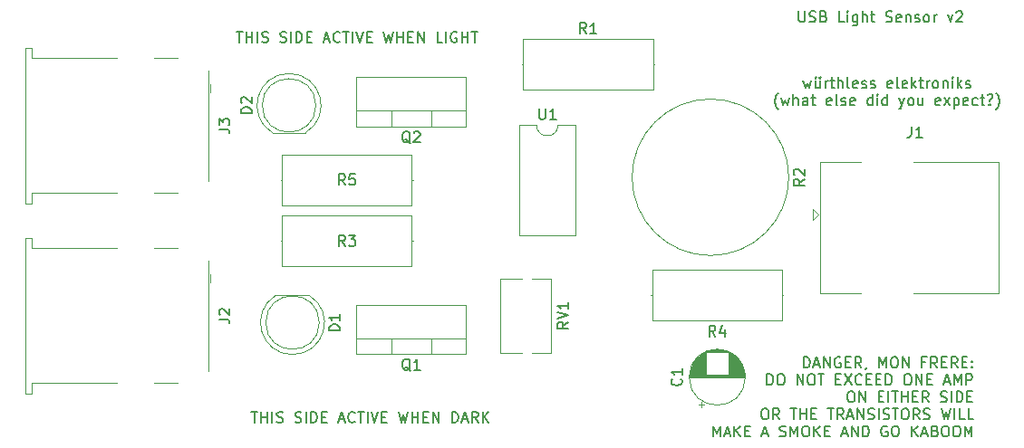
<source format=gbr>
%TF.GenerationSoftware,KiCad,Pcbnew,(6.0.9-0)*%
%TF.CreationDate,2023-03-11T20:55:46-05:00*%
%TF.ProjectId,usb darksensor,75736220-6461-4726-9b73-656e736f722e,rev?*%
%TF.SameCoordinates,Original*%
%TF.FileFunction,Legend,Top*%
%TF.FilePolarity,Positive*%
%FSLAX46Y46*%
G04 Gerber Fmt 4.6, Leading zero omitted, Abs format (unit mm)*
G04 Created by KiCad (PCBNEW (6.0.9-0)) date 2023-03-11 20:55:46*
%MOMM*%
%LPD*%
G01*
G04 APERTURE LIST*
%ADD10C,0.150000*%
%ADD11C,0.120000*%
G04 APERTURE END LIST*
D10*
X151590119Y-98197380D02*
X151590119Y-97197380D01*
X151828214Y-97197380D01*
X151971071Y-97245000D01*
X152066309Y-97340238D01*
X152113928Y-97435476D01*
X152161547Y-97625952D01*
X152161547Y-97768809D01*
X152113928Y-97959285D01*
X152066309Y-98054523D01*
X151971071Y-98149761D01*
X151828214Y-98197380D01*
X151590119Y-98197380D01*
X152542500Y-97911666D02*
X153018690Y-97911666D01*
X152447261Y-98197380D02*
X152780595Y-97197380D01*
X153113928Y-98197380D01*
X153447261Y-98197380D02*
X153447261Y-97197380D01*
X154018690Y-98197380D01*
X154018690Y-97197380D01*
X155018690Y-97245000D02*
X154923452Y-97197380D01*
X154780595Y-97197380D01*
X154637738Y-97245000D01*
X154542500Y-97340238D01*
X154494880Y-97435476D01*
X154447261Y-97625952D01*
X154447261Y-97768809D01*
X154494880Y-97959285D01*
X154542500Y-98054523D01*
X154637738Y-98149761D01*
X154780595Y-98197380D01*
X154875833Y-98197380D01*
X155018690Y-98149761D01*
X155066309Y-98102142D01*
X155066309Y-97768809D01*
X154875833Y-97768809D01*
X155494880Y-97673571D02*
X155828214Y-97673571D01*
X155971071Y-98197380D02*
X155494880Y-98197380D01*
X155494880Y-97197380D01*
X155971071Y-97197380D01*
X156971071Y-98197380D02*
X156637738Y-97721190D01*
X156399642Y-98197380D02*
X156399642Y-97197380D01*
X156780595Y-97197380D01*
X156875833Y-97245000D01*
X156923452Y-97292619D01*
X156971071Y-97387857D01*
X156971071Y-97530714D01*
X156923452Y-97625952D01*
X156875833Y-97673571D01*
X156780595Y-97721190D01*
X156399642Y-97721190D01*
X157447261Y-98149761D02*
X157447261Y-98197380D01*
X157399642Y-98292619D01*
X157352023Y-98340238D01*
X158637738Y-98197380D02*
X158637738Y-97197380D01*
X158971071Y-97911666D01*
X159304404Y-97197380D01*
X159304404Y-98197380D01*
X159971071Y-97197380D02*
X160161547Y-97197380D01*
X160256785Y-97245000D01*
X160352023Y-97340238D01*
X160399642Y-97530714D01*
X160399642Y-97864047D01*
X160352023Y-98054523D01*
X160256785Y-98149761D01*
X160161547Y-98197380D01*
X159971071Y-98197380D01*
X159875833Y-98149761D01*
X159780595Y-98054523D01*
X159732976Y-97864047D01*
X159732976Y-97530714D01*
X159780595Y-97340238D01*
X159875833Y-97245000D01*
X159971071Y-97197380D01*
X160828214Y-98197380D02*
X160828214Y-97197380D01*
X161399642Y-98197380D01*
X161399642Y-97197380D01*
X162971071Y-97673571D02*
X162637738Y-97673571D01*
X162637738Y-98197380D02*
X162637738Y-97197380D01*
X163113928Y-97197380D01*
X164066309Y-98197380D02*
X163732976Y-97721190D01*
X163494880Y-98197380D02*
X163494880Y-97197380D01*
X163875833Y-97197380D01*
X163971071Y-97245000D01*
X164018690Y-97292619D01*
X164066309Y-97387857D01*
X164066309Y-97530714D01*
X164018690Y-97625952D01*
X163971071Y-97673571D01*
X163875833Y-97721190D01*
X163494880Y-97721190D01*
X164494880Y-97673571D02*
X164828214Y-97673571D01*
X164971071Y-98197380D02*
X164494880Y-98197380D01*
X164494880Y-97197380D01*
X164971071Y-97197380D01*
X165971071Y-98197380D02*
X165637738Y-97721190D01*
X165399642Y-98197380D02*
X165399642Y-97197380D01*
X165780595Y-97197380D01*
X165875833Y-97245000D01*
X165923452Y-97292619D01*
X165971071Y-97387857D01*
X165971071Y-97530714D01*
X165923452Y-97625952D01*
X165875833Y-97673571D01*
X165780595Y-97721190D01*
X165399642Y-97721190D01*
X166399642Y-97673571D02*
X166732976Y-97673571D01*
X166875833Y-98197380D02*
X166399642Y-98197380D01*
X166399642Y-97197380D01*
X166875833Y-97197380D01*
X167304404Y-98102142D02*
X167352023Y-98149761D01*
X167304404Y-98197380D01*
X167256785Y-98149761D01*
X167304404Y-98102142D01*
X167304404Y-98197380D01*
X167304404Y-97578333D02*
X167352023Y-97625952D01*
X167304404Y-97673571D01*
X167256785Y-97625952D01*
X167304404Y-97578333D01*
X167304404Y-97673571D01*
X148161547Y-99807380D02*
X148161547Y-98807380D01*
X148399642Y-98807380D01*
X148542500Y-98855000D01*
X148637738Y-98950238D01*
X148685357Y-99045476D01*
X148732976Y-99235952D01*
X148732976Y-99378809D01*
X148685357Y-99569285D01*
X148637738Y-99664523D01*
X148542500Y-99759761D01*
X148399642Y-99807380D01*
X148161547Y-99807380D01*
X149352023Y-98807380D02*
X149542500Y-98807380D01*
X149637738Y-98855000D01*
X149732976Y-98950238D01*
X149780595Y-99140714D01*
X149780595Y-99474047D01*
X149732976Y-99664523D01*
X149637738Y-99759761D01*
X149542500Y-99807380D01*
X149352023Y-99807380D01*
X149256785Y-99759761D01*
X149161547Y-99664523D01*
X149113928Y-99474047D01*
X149113928Y-99140714D01*
X149161547Y-98950238D01*
X149256785Y-98855000D01*
X149352023Y-98807380D01*
X150971071Y-99807380D02*
X150971071Y-98807380D01*
X151542500Y-99807380D01*
X151542500Y-98807380D01*
X152209166Y-98807380D02*
X152399642Y-98807380D01*
X152494880Y-98855000D01*
X152590119Y-98950238D01*
X152637738Y-99140714D01*
X152637738Y-99474047D01*
X152590119Y-99664523D01*
X152494880Y-99759761D01*
X152399642Y-99807380D01*
X152209166Y-99807380D01*
X152113928Y-99759761D01*
X152018690Y-99664523D01*
X151971071Y-99474047D01*
X151971071Y-99140714D01*
X152018690Y-98950238D01*
X152113928Y-98855000D01*
X152209166Y-98807380D01*
X152923452Y-98807380D02*
X153494880Y-98807380D01*
X153209166Y-99807380D02*
X153209166Y-98807380D01*
X154590119Y-99283571D02*
X154923452Y-99283571D01*
X155066309Y-99807380D02*
X154590119Y-99807380D01*
X154590119Y-98807380D01*
X155066309Y-98807380D01*
X155399642Y-98807380D02*
X156066309Y-99807380D01*
X156066309Y-98807380D02*
X155399642Y-99807380D01*
X157018690Y-99712142D02*
X156971071Y-99759761D01*
X156828214Y-99807380D01*
X156732976Y-99807380D01*
X156590119Y-99759761D01*
X156494880Y-99664523D01*
X156447261Y-99569285D01*
X156399642Y-99378809D01*
X156399642Y-99235952D01*
X156447261Y-99045476D01*
X156494880Y-98950238D01*
X156590119Y-98855000D01*
X156732976Y-98807380D01*
X156828214Y-98807380D01*
X156971071Y-98855000D01*
X157018690Y-98902619D01*
X157447261Y-99283571D02*
X157780595Y-99283571D01*
X157923452Y-99807380D02*
X157447261Y-99807380D01*
X157447261Y-98807380D01*
X157923452Y-98807380D01*
X158352023Y-99283571D02*
X158685357Y-99283571D01*
X158828214Y-99807380D02*
X158352023Y-99807380D01*
X158352023Y-98807380D01*
X158828214Y-98807380D01*
X159256785Y-99807380D02*
X159256785Y-98807380D01*
X159494880Y-98807380D01*
X159637738Y-98855000D01*
X159732976Y-98950238D01*
X159780595Y-99045476D01*
X159828214Y-99235952D01*
X159828214Y-99378809D01*
X159780595Y-99569285D01*
X159732976Y-99664523D01*
X159637738Y-99759761D01*
X159494880Y-99807380D01*
X159256785Y-99807380D01*
X161209166Y-98807380D02*
X161399642Y-98807380D01*
X161494880Y-98855000D01*
X161590119Y-98950238D01*
X161637738Y-99140714D01*
X161637738Y-99474047D01*
X161590119Y-99664523D01*
X161494880Y-99759761D01*
X161399642Y-99807380D01*
X161209166Y-99807380D01*
X161113928Y-99759761D01*
X161018690Y-99664523D01*
X160971071Y-99474047D01*
X160971071Y-99140714D01*
X161018690Y-98950238D01*
X161113928Y-98855000D01*
X161209166Y-98807380D01*
X162066309Y-99807380D02*
X162066309Y-98807380D01*
X162637738Y-99807380D01*
X162637738Y-98807380D01*
X163113928Y-99283571D02*
X163447261Y-99283571D01*
X163590119Y-99807380D02*
X163113928Y-99807380D01*
X163113928Y-98807380D01*
X163590119Y-98807380D01*
X164732976Y-99521666D02*
X165209166Y-99521666D01*
X164637738Y-99807380D02*
X164971071Y-98807380D01*
X165304404Y-99807380D01*
X165637738Y-99807380D02*
X165637738Y-98807380D01*
X165971071Y-99521666D01*
X166304404Y-98807380D01*
X166304404Y-99807380D01*
X166780595Y-99807380D02*
X166780595Y-98807380D01*
X167161547Y-98807380D01*
X167256785Y-98855000D01*
X167304404Y-98902619D01*
X167352023Y-98997857D01*
X167352023Y-99140714D01*
X167304404Y-99235952D01*
X167256785Y-99283571D01*
X167161547Y-99331190D01*
X166780595Y-99331190D01*
X155923452Y-100417380D02*
X156113928Y-100417380D01*
X156209166Y-100465000D01*
X156304404Y-100560238D01*
X156352023Y-100750714D01*
X156352023Y-101084047D01*
X156304404Y-101274523D01*
X156209166Y-101369761D01*
X156113928Y-101417380D01*
X155923452Y-101417380D01*
X155828214Y-101369761D01*
X155732976Y-101274523D01*
X155685357Y-101084047D01*
X155685357Y-100750714D01*
X155732976Y-100560238D01*
X155828214Y-100465000D01*
X155923452Y-100417380D01*
X156780595Y-101417380D02*
X156780595Y-100417380D01*
X157352023Y-101417380D01*
X157352023Y-100417380D01*
X158590119Y-100893571D02*
X158923452Y-100893571D01*
X159066309Y-101417380D02*
X158590119Y-101417380D01*
X158590119Y-100417380D01*
X159066309Y-100417380D01*
X159494880Y-101417380D02*
X159494880Y-100417380D01*
X159828214Y-100417380D02*
X160399642Y-100417380D01*
X160113928Y-101417380D02*
X160113928Y-100417380D01*
X160732976Y-101417380D02*
X160732976Y-100417380D01*
X160732976Y-100893571D02*
X161304404Y-100893571D01*
X161304404Y-101417380D02*
X161304404Y-100417380D01*
X161780595Y-100893571D02*
X162113928Y-100893571D01*
X162256785Y-101417380D02*
X161780595Y-101417380D01*
X161780595Y-100417380D01*
X162256785Y-100417380D01*
X163256785Y-101417380D02*
X162923452Y-100941190D01*
X162685357Y-101417380D02*
X162685357Y-100417380D01*
X163066309Y-100417380D01*
X163161547Y-100465000D01*
X163209166Y-100512619D01*
X163256785Y-100607857D01*
X163256785Y-100750714D01*
X163209166Y-100845952D01*
X163161547Y-100893571D01*
X163066309Y-100941190D01*
X162685357Y-100941190D01*
X164399642Y-101369761D02*
X164542500Y-101417380D01*
X164780595Y-101417380D01*
X164875833Y-101369761D01*
X164923452Y-101322142D01*
X164971071Y-101226904D01*
X164971071Y-101131666D01*
X164923452Y-101036428D01*
X164875833Y-100988809D01*
X164780595Y-100941190D01*
X164590119Y-100893571D01*
X164494880Y-100845952D01*
X164447261Y-100798333D01*
X164399642Y-100703095D01*
X164399642Y-100607857D01*
X164447261Y-100512619D01*
X164494880Y-100465000D01*
X164590119Y-100417380D01*
X164828214Y-100417380D01*
X164971071Y-100465000D01*
X165399642Y-101417380D02*
X165399642Y-100417380D01*
X165875833Y-101417380D02*
X165875833Y-100417380D01*
X166113928Y-100417380D01*
X166256785Y-100465000D01*
X166352023Y-100560238D01*
X166399642Y-100655476D01*
X166447261Y-100845952D01*
X166447261Y-100988809D01*
X166399642Y-101179285D01*
X166352023Y-101274523D01*
X166256785Y-101369761D01*
X166113928Y-101417380D01*
X165875833Y-101417380D01*
X166875833Y-100893571D02*
X167209166Y-100893571D01*
X167352023Y-101417380D02*
X166875833Y-101417380D01*
X166875833Y-100417380D01*
X167352023Y-100417380D01*
X147875833Y-102027380D02*
X148066309Y-102027380D01*
X148161547Y-102075000D01*
X148256785Y-102170238D01*
X148304404Y-102360714D01*
X148304404Y-102694047D01*
X148256785Y-102884523D01*
X148161547Y-102979761D01*
X148066309Y-103027380D01*
X147875833Y-103027380D01*
X147780595Y-102979761D01*
X147685357Y-102884523D01*
X147637738Y-102694047D01*
X147637738Y-102360714D01*
X147685357Y-102170238D01*
X147780595Y-102075000D01*
X147875833Y-102027380D01*
X149304404Y-103027380D02*
X148971071Y-102551190D01*
X148732976Y-103027380D02*
X148732976Y-102027380D01*
X149113928Y-102027380D01*
X149209166Y-102075000D01*
X149256785Y-102122619D01*
X149304404Y-102217857D01*
X149304404Y-102360714D01*
X149256785Y-102455952D01*
X149209166Y-102503571D01*
X149113928Y-102551190D01*
X148732976Y-102551190D01*
X150352023Y-102027380D02*
X150923452Y-102027380D01*
X150637738Y-103027380D02*
X150637738Y-102027380D01*
X151256785Y-103027380D02*
X151256785Y-102027380D01*
X151256785Y-102503571D02*
X151828214Y-102503571D01*
X151828214Y-103027380D02*
X151828214Y-102027380D01*
X152304404Y-102503571D02*
X152637738Y-102503571D01*
X152780595Y-103027380D02*
X152304404Y-103027380D01*
X152304404Y-102027380D01*
X152780595Y-102027380D01*
X153828214Y-102027380D02*
X154399642Y-102027380D01*
X154113928Y-103027380D02*
X154113928Y-102027380D01*
X155304404Y-103027380D02*
X154971071Y-102551190D01*
X154732976Y-103027380D02*
X154732976Y-102027380D01*
X155113928Y-102027380D01*
X155209166Y-102075000D01*
X155256785Y-102122619D01*
X155304404Y-102217857D01*
X155304404Y-102360714D01*
X155256785Y-102455952D01*
X155209166Y-102503571D01*
X155113928Y-102551190D01*
X154732976Y-102551190D01*
X155685357Y-102741666D02*
X156161547Y-102741666D01*
X155590119Y-103027380D02*
X155923452Y-102027380D01*
X156256785Y-103027380D01*
X156590119Y-103027380D02*
X156590119Y-102027380D01*
X157161547Y-103027380D01*
X157161547Y-102027380D01*
X157590119Y-102979761D02*
X157732976Y-103027380D01*
X157971071Y-103027380D01*
X158066309Y-102979761D01*
X158113928Y-102932142D01*
X158161547Y-102836904D01*
X158161547Y-102741666D01*
X158113928Y-102646428D01*
X158066309Y-102598809D01*
X157971071Y-102551190D01*
X157780595Y-102503571D01*
X157685357Y-102455952D01*
X157637738Y-102408333D01*
X157590119Y-102313095D01*
X157590119Y-102217857D01*
X157637738Y-102122619D01*
X157685357Y-102075000D01*
X157780595Y-102027380D01*
X158018690Y-102027380D01*
X158161547Y-102075000D01*
X158590119Y-103027380D02*
X158590119Y-102027380D01*
X159018690Y-102979761D02*
X159161547Y-103027380D01*
X159399642Y-103027380D01*
X159494880Y-102979761D01*
X159542500Y-102932142D01*
X159590119Y-102836904D01*
X159590119Y-102741666D01*
X159542500Y-102646428D01*
X159494880Y-102598809D01*
X159399642Y-102551190D01*
X159209166Y-102503571D01*
X159113928Y-102455952D01*
X159066309Y-102408333D01*
X159018690Y-102313095D01*
X159018690Y-102217857D01*
X159066309Y-102122619D01*
X159113928Y-102075000D01*
X159209166Y-102027380D01*
X159447261Y-102027380D01*
X159590119Y-102075000D01*
X159875833Y-102027380D02*
X160447261Y-102027380D01*
X160161547Y-103027380D02*
X160161547Y-102027380D01*
X160971071Y-102027380D02*
X161161547Y-102027380D01*
X161256785Y-102075000D01*
X161352023Y-102170238D01*
X161399642Y-102360714D01*
X161399642Y-102694047D01*
X161352023Y-102884523D01*
X161256785Y-102979761D01*
X161161547Y-103027380D01*
X160971071Y-103027380D01*
X160875833Y-102979761D01*
X160780595Y-102884523D01*
X160732976Y-102694047D01*
X160732976Y-102360714D01*
X160780595Y-102170238D01*
X160875833Y-102075000D01*
X160971071Y-102027380D01*
X162399642Y-103027380D02*
X162066309Y-102551190D01*
X161828214Y-103027380D02*
X161828214Y-102027380D01*
X162209166Y-102027380D01*
X162304404Y-102075000D01*
X162352023Y-102122619D01*
X162399642Y-102217857D01*
X162399642Y-102360714D01*
X162352023Y-102455952D01*
X162304404Y-102503571D01*
X162209166Y-102551190D01*
X161828214Y-102551190D01*
X162780595Y-102979761D02*
X162923452Y-103027380D01*
X163161547Y-103027380D01*
X163256785Y-102979761D01*
X163304404Y-102932142D01*
X163352023Y-102836904D01*
X163352023Y-102741666D01*
X163304404Y-102646428D01*
X163256785Y-102598809D01*
X163161547Y-102551190D01*
X162971071Y-102503571D01*
X162875833Y-102455952D01*
X162828214Y-102408333D01*
X162780595Y-102313095D01*
X162780595Y-102217857D01*
X162828214Y-102122619D01*
X162875833Y-102075000D01*
X162971071Y-102027380D01*
X163209166Y-102027380D01*
X163352023Y-102075000D01*
X164447261Y-102027380D02*
X164685357Y-103027380D01*
X164875833Y-102313095D01*
X165066309Y-103027380D01*
X165304404Y-102027380D01*
X165685357Y-103027380D02*
X165685357Y-102027380D01*
X166637738Y-103027380D02*
X166161547Y-103027380D01*
X166161547Y-102027380D01*
X167447261Y-103027380D02*
X166971071Y-103027380D01*
X166971071Y-102027380D01*
X143113928Y-104637380D02*
X143113928Y-103637380D01*
X143447261Y-104351666D01*
X143780595Y-103637380D01*
X143780595Y-104637380D01*
X144209166Y-104351666D02*
X144685357Y-104351666D01*
X144113928Y-104637380D02*
X144447261Y-103637380D01*
X144780595Y-104637380D01*
X145113928Y-104637380D02*
X145113928Y-103637380D01*
X145685357Y-104637380D02*
X145256785Y-104065952D01*
X145685357Y-103637380D02*
X145113928Y-104208809D01*
X146113928Y-104113571D02*
X146447261Y-104113571D01*
X146590119Y-104637380D02*
X146113928Y-104637380D01*
X146113928Y-103637380D01*
X146590119Y-103637380D01*
X147732976Y-104351666D02*
X148209166Y-104351666D01*
X147637738Y-104637380D02*
X147971071Y-103637380D01*
X148304404Y-104637380D01*
X149352023Y-104589761D02*
X149494880Y-104637380D01*
X149732976Y-104637380D01*
X149828214Y-104589761D01*
X149875833Y-104542142D01*
X149923452Y-104446904D01*
X149923452Y-104351666D01*
X149875833Y-104256428D01*
X149828214Y-104208809D01*
X149732976Y-104161190D01*
X149542500Y-104113571D01*
X149447261Y-104065952D01*
X149399642Y-104018333D01*
X149352023Y-103923095D01*
X149352023Y-103827857D01*
X149399642Y-103732619D01*
X149447261Y-103685000D01*
X149542500Y-103637380D01*
X149780595Y-103637380D01*
X149923452Y-103685000D01*
X150352023Y-104637380D02*
X150352023Y-103637380D01*
X150685357Y-104351666D01*
X151018690Y-103637380D01*
X151018690Y-104637380D01*
X151685357Y-103637380D02*
X151875833Y-103637380D01*
X151971071Y-103685000D01*
X152066309Y-103780238D01*
X152113928Y-103970714D01*
X152113928Y-104304047D01*
X152066309Y-104494523D01*
X151971071Y-104589761D01*
X151875833Y-104637380D01*
X151685357Y-104637380D01*
X151590119Y-104589761D01*
X151494880Y-104494523D01*
X151447261Y-104304047D01*
X151447261Y-103970714D01*
X151494880Y-103780238D01*
X151590119Y-103685000D01*
X151685357Y-103637380D01*
X152542500Y-104637380D02*
X152542500Y-103637380D01*
X153113928Y-104637380D02*
X152685357Y-104065952D01*
X153113928Y-103637380D02*
X152542500Y-104208809D01*
X153542500Y-104113571D02*
X153875833Y-104113571D01*
X154018690Y-104637380D02*
X153542500Y-104637380D01*
X153542500Y-103637380D01*
X154018690Y-103637380D01*
X155161547Y-104351666D02*
X155637738Y-104351666D01*
X155066309Y-104637380D02*
X155399642Y-103637380D01*
X155732976Y-104637380D01*
X156066309Y-104637380D02*
X156066309Y-103637380D01*
X156637738Y-104637380D01*
X156637738Y-103637380D01*
X157113928Y-104637380D02*
X157113928Y-103637380D01*
X157352023Y-103637380D01*
X157494880Y-103685000D01*
X157590119Y-103780238D01*
X157637738Y-103875476D01*
X157685357Y-104065952D01*
X157685357Y-104208809D01*
X157637738Y-104399285D01*
X157590119Y-104494523D01*
X157494880Y-104589761D01*
X157352023Y-104637380D01*
X157113928Y-104637380D01*
X159399642Y-103685000D02*
X159304404Y-103637380D01*
X159161547Y-103637380D01*
X159018690Y-103685000D01*
X158923452Y-103780238D01*
X158875833Y-103875476D01*
X158828214Y-104065952D01*
X158828214Y-104208809D01*
X158875833Y-104399285D01*
X158923452Y-104494523D01*
X159018690Y-104589761D01*
X159161547Y-104637380D01*
X159256785Y-104637380D01*
X159399642Y-104589761D01*
X159447261Y-104542142D01*
X159447261Y-104208809D01*
X159256785Y-104208809D01*
X160066309Y-103637380D02*
X160256785Y-103637380D01*
X160352023Y-103685000D01*
X160447261Y-103780238D01*
X160494880Y-103970714D01*
X160494880Y-104304047D01*
X160447261Y-104494523D01*
X160352023Y-104589761D01*
X160256785Y-104637380D01*
X160066309Y-104637380D01*
X159971071Y-104589761D01*
X159875833Y-104494523D01*
X159828214Y-104304047D01*
X159828214Y-103970714D01*
X159875833Y-103780238D01*
X159971071Y-103685000D01*
X160066309Y-103637380D01*
X161685357Y-104637380D02*
X161685357Y-103637380D01*
X162256785Y-104637380D02*
X161828214Y-104065952D01*
X162256785Y-103637380D02*
X161685357Y-104208809D01*
X162637738Y-104351666D02*
X163113928Y-104351666D01*
X162542500Y-104637380D02*
X162875833Y-103637380D01*
X163209166Y-104637380D01*
X163875833Y-104113571D02*
X164018690Y-104161190D01*
X164066309Y-104208809D01*
X164113928Y-104304047D01*
X164113928Y-104446904D01*
X164066309Y-104542142D01*
X164018690Y-104589761D01*
X163923452Y-104637380D01*
X163542500Y-104637380D01*
X163542500Y-103637380D01*
X163875833Y-103637380D01*
X163971071Y-103685000D01*
X164018690Y-103732619D01*
X164066309Y-103827857D01*
X164066309Y-103923095D01*
X164018690Y-104018333D01*
X163971071Y-104065952D01*
X163875833Y-104113571D01*
X163542500Y-104113571D01*
X164732976Y-103637380D02*
X164923452Y-103637380D01*
X165018690Y-103685000D01*
X165113928Y-103780238D01*
X165161547Y-103970714D01*
X165161547Y-104304047D01*
X165113928Y-104494523D01*
X165018690Y-104589761D01*
X164923452Y-104637380D01*
X164732976Y-104637380D01*
X164637738Y-104589761D01*
X164542500Y-104494523D01*
X164494880Y-104304047D01*
X164494880Y-103970714D01*
X164542500Y-103780238D01*
X164637738Y-103685000D01*
X164732976Y-103637380D01*
X165780595Y-103637380D02*
X165971071Y-103637380D01*
X166066309Y-103685000D01*
X166161547Y-103780238D01*
X166209166Y-103970714D01*
X166209166Y-104304047D01*
X166161547Y-104494523D01*
X166066309Y-104589761D01*
X165971071Y-104637380D01*
X165780595Y-104637380D01*
X165685357Y-104589761D01*
X165590119Y-104494523D01*
X165542500Y-104304047D01*
X165542500Y-103970714D01*
X165590119Y-103780238D01*
X165685357Y-103685000D01*
X165780595Y-103637380D01*
X166637738Y-104637380D02*
X166637738Y-103637380D01*
X166971071Y-104351666D01*
X167304404Y-103637380D01*
X167304404Y-104637380D01*
X151130952Y-64857380D02*
X151130952Y-65666904D01*
X151178571Y-65762142D01*
X151226190Y-65809761D01*
X151321428Y-65857380D01*
X151511904Y-65857380D01*
X151607142Y-65809761D01*
X151654761Y-65762142D01*
X151702380Y-65666904D01*
X151702380Y-64857380D01*
X152130952Y-65809761D02*
X152273809Y-65857380D01*
X152511904Y-65857380D01*
X152607142Y-65809761D01*
X152654761Y-65762142D01*
X152702380Y-65666904D01*
X152702380Y-65571666D01*
X152654761Y-65476428D01*
X152607142Y-65428809D01*
X152511904Y-65381190D01*
X152321428Y-65333571D01*
X152226190Y-65285952D01*
X152178571Y-65238333D01*
X152130952Y-65143095D01*
X152130952Y-65047857D01*
X152178571Y-64952619D01*
X152226190Y-64905000D01*
X152321428Y-64857380D01*
X152559523Y-64857380D01*
X152702380Y-64905000D01*
X153464285Y-65333571D02*
X153607142Y-65381190D01*
X153654761Y-65428809D01*
X153702380Y-65524047D01*
X153702380Y-65666904D01*
X153654761Y-65762142D01*
X153607142Y-65809761D01*
X153511904Y-65857380D01*
X153130952Y-65857380D01*
X153130952Y-64857380D01*
X153464285Y-64857380D01*
X153559523Y-64905000D01*
X153607142Y-64952619D01*
X153654761Y-65047857D01*
X153654761Y-65143095D01*
X153607142Y-65238333D01*
X153559523Y-65285952D01*
X153464285Y-65333571D01*
X153130952Y-65333571D01*
X155369047Y-65857380D02*
X154892857Y-65857380D01*
X154892857Y-64857380D01*
X155702380Y-65857380D02*
X155702380Y-65190714D01*
X155702380Y-64857380D02*
X155654761Y-64905000D01*
X155702380Y-64952619D01*
X155750000Y-64905000D01*
X155702380Y-64857380D01*
X155702380Y-64952619D01*
X156607142Y-65190714D02*
X156607142Y-66000238D01*
X156559523Y-66095476D01*
X156511904Y-66143095D01*
X156416666Y-66190714D01*
X156273809Y-66190714D01*
X156178571Y-66143095D01*
X156607142Y-65809761D02*
X156511904Y-65857380D01*
X156321428Y-65857380D01*
X156226190Y-65809761D01*
X156178571Y-65762142D01*
X156130952Y-65666904D01*
X156130952Y-65381190D01*
X156178571Y-65285952D01*
X156226190Y-65238333D01*
X156321428Y-65190714D01*
X156511904Y-65190714D01*
X156607142Y-65238333D01*
X157083333Y-65857380D02*
X157083333Y-64857380D01*
X157511904Y-65857380D02*
X157511904Y-65333571D01*
X157464285Y-65238333D01*
X157369047Y-65190714D01*
X157226190Y-65190714D01*
X157130952Y-65238333D01*
X157083333Y-65285952D01*
X157845238Y-65190714D02*
X158226190Y-65190714D01*
X157988095Y-64857380D02*
X157988095Y-65714523D01*
X158035714Y-65809761D01*
X158130952Y-65857380D01*
X158226190Y-65857380D01*
X159273809Y-65809761D02*
X159416666Y-65857380D01*
X159654761Y-65857380D01*
X159750000Y-65809761D01*
X159797619Y-65762142D01*
X159845238Y-65666904D01*
X159845238Y-65571666D01*
X159797619Y-65476428D01*
X159750000Y-65428809D01*
X159654761Y-65381190D01*
X159464285Y-65333571D01*
X159369047Y-65285952D01*
X159321428Y-65238333D01*
X159273809Y-65143095D01*
X159273809Y-65047857D01*
X159321428Y-64952619D01*
X159369047Y-64905000D01*
X159464285Y-64857380D01*
X159702380Y-64857380D01*
X159845238Y-64905000D01*
X160654761Y-65809761D02*
X160559523Y-65857380D01*
X160369047Y-65857380D01*
X160273809Y-65809761D01*
X160226190Y-65714523D01*
X160226190Y-65333571D01*
X160273809Y-65238333D01*
X160369047Y-65190714D01*
X160559523Y-65190714D01*
X160654761Y-65238333D01*
X160702380Y-65333571D01*
X160702380Y-65428809D01*
X160226190Y-65524047D01*
X161130952Y-65190714D02*
X161130952Y-65857380D01*
X161130952Y-65285952D02*
X161178571Y-65238333D01*
X161273809Y-65190714D01*
X161416666Y-65190714D01*
X161511904Y-65238333D01*
X161559523Y-65333571D01*
X161559523Y-65857380D01*
X161988095Y-65809761D02*
X162083333Y-65857380D01*
X162273809Y-65857380D01*
X162369047Y-65809761D01*
X162416666Y-65714523D01*
X162416666Y-65666904D01*
X162369047Y-65571666D01*
X162273809Y-65524047D01*
X162130952Y-65524047D01*
X162035714Y-65476428D01*
X161988095Y-65381190D01*
X161988095Y-65333571D01*
X162035714Y-65238333D01*
X162130952Y-65190714D01*
X162273809Y-65190714D01*
X162369047Y-65238333D01*
X162988095Y-65857380D02*
X162892857Y-65809761D01*
X162845238Y-65762142D01*
X162797619Y-65666904D01*
X162797619Y-65381190D01*
X162845238Y-65285952D01*
X162892857Y-65238333D01*
X162988095Y-65190714D01*
X163130952Y-65190714D01*
X163226190Y-65238333D01*
X163273809Y-65285952D01*
X163321428Y-65381190D01*
X163321428Y-65666904D01*
X163273809Y-65762142D01*
X163226190Y-65809761D01*
X163130952Y-65857380D01*
X162988095Y-65857380D01*
X163750000Y-65857380D02*
X163750000Y-65190714D01*
X163750000Y-65381190D02*
X163797619Y-65285952D01*
X163845238Y-65238333D01*
X163940476Y-65190714D01*
X164035714Y-65190714D01*
X165035714Y-65190714D02*
X165273809Y-65857380D01*
X165511904Y-65190714D01*
X165845238Y-64952619D02*
X165892857Y-64905000D01*
X165988095Y-64857380D01*
X166226190Y-64857380D01*
X166321428Y-64905000D01*
X166369047Y-64952619D01*
X166416666Y-65047857D01*
X166416666Y-65143095D01*
X166369047Y-65285952D01*
X165797619Y-65857380D01*
X166416666Y-65857380D01*
X151551666Y-71370714D02*
X151742142Y-72037380D01*
X151932619Y-71561190D01*
X152123095Y-72037380D01*
X152313571Y-71370714D01*
X153123095Y-71370714D02*
X153123095Y-72037380D01*
X152694523Y-71370714D02*
X152694523Y-71894523D01*
X152742142Y-71989761D01*
X152837380Y-72037380D01*
X152980238Y-72037380D01*
X153075476Y-71989761D01*
X153123095Y-71942142D01*
X152742142Y-71037380D02*
X152789761Y-71085000D01*
X152742142Y-71132619D01*
X152694523Y-71085000D01*
X152742142Y-71037380D01*
X152742142Y-71132619D01*
X153123095Y-71037380D02*
X153170714Y-71085000D01*
X153123095Y-71132619D01*
X153075476Y-71085000D01*
X153123095Y-71037380D01*
X153123095Y-71132619D01*
X153599285Y-72037380D02*
X153599285Y-71370714D01*
X153599285Y-71561190D02*
X153646904Y-71465952D01*
X153694523Y-71418333D01*
X153789761Y-71370714D01*
X153885000Y-71370714D01*
X154075476Y-71370714D02*
X154456428Y-71370714D01*
X154218333Y-71037380D02*
X154218333Y-71894523D01*
X154265952Y-71989761D01*
X154361190Y-72037380D01*
X154456428Y-72037380D01*
X154789761Y-72037380D02*
X154789761Y-71037380D01*
X155218333Y-72037380D02*
X155218333Y-71513571D01*
X155170714Y-71418333D01*
X155075476Y-71370714D01*
X154932619Y-71370714D01*
X154837380Y-71418333D01*
X154789761Y-71465952D01*
X155837380Y-72037380D02*
X155742142Y-71989761D01*
X155694523Y-71894523D01*
X155694523Y-71037380D01*
X156599285Y-71989761D02*
X156504047Y-72037380D01*
X156313571Y-72037380D01*
X156218333Y-71989761D01*
X156170714Y-71894523D01*
X156170714Y-71513571D01*
X156218333Y-71418333D01*
X156313571Y-71370714D01*
X156504047Y-71370714D01*
X156599285Y-71418333D01*
X156646904Y-71513571D01*
X156646904Y-71608809D01*
X156170714Y-71704047D01*
X157027857Y-71989761D02*
X157123095Y-72037380D01*
X157313571Y-72037380D01*
X157408809Y-71989761D01*
X157456428Y-71894523D01*
X157456428Y-71846904D01*
X157408809Y-71751666D01*
X157313571Y-71704047D01*
X157170714Y-71704047D01*
X157075476Y-71656428D01*
X157027857Y-71561190D01*
X157027857Y-71513571D01*
X157075476Y-71418333D01*
X157170714Y-71370714D01*
X157313571Y-71370714D01*
X157408809Y-71418333D01*
X157837380Y-71989761D02*
X157932619Y-72037380D01*
X158123095Y-72037380D01*
X158218333Y-71989761D01*
X158265952Y-71894523D01*
X158265952Y-71846904D01*
X158218333Y-71751666D01*
X158123095Y-71704047D01*
X157980238Y-71704047D01*
X157885000Y-71656428D01*
X157837380Y-71561190D01*
X157837380Y-71513571D01*
X157885000Y-71418333D01*
X157980238Y-71370714D01*
X158123095Y-71370714D01*
X158218333Y-71418333D01*
X159837380Y-71989761D02*
X159742142Y-72037380D01*
X159551666Y-72037380D01*
X159456428Y-71989761D01*
X159408809Y-71894523D01*
X159408809Y-71513571D01*
X159456428Y-71418333D01*
X159551666Y-71370714D01*
X159742142Y-71370714D01*
X159837380Y-71418333D01*
X159885000Y-71513571D01*
X159885000Y-71608809D01*
X159408809Y-71704047D01*
X160456428Y-72037380D02*
X160361190Y-71989761D01*
X160313571Y-71894523D01*
X160313571Y-71037380D01*
X161218333Y-71989761D02*
X161123095Y-72037380D01*
X160932619Y-72037380D01*
X160837380Y-71989761D01*
X160789761Y-71894523D01*
X160789761Y-71513571D01*
X160837380Y-71418333D01*
X160932619Y-71370714D01*
X161123095Y-71370714D01*
X161218333Y-71418333D01*
X161265952Y-71513571D01*
X161265952Y-71608809D01*
X160789761Y-71704047D01*
X161694523Y-72037380D02*
X161694523Y-71037380D01*
X161789761Y-71656428D02*
X162075476Y-72037380D01*
X162075476Y-71370714D02*
X161694523Y-71751666D01*
X162361190Y-71370714D02*
X162742142Y-71370714D01*
X162504047Y-71037380D02*
X162504047Y-71894523D01*
X162551666Y-71989761D01*
X162646904Y-72037380D01*
X162742142Y-72037380D01*
X163075476Y-72037380D02*
X163075476Y-71370714D01*
X163075476Y-71561190D02*
X163123095Y-71465952D01*
X163170714Y-71418333D01*
X163265952Y-71370714D01*
X163361190Y-71370714D01*
X163837380Y-72037380D02*
X163742142Y-71989761D01*
X163694523Y-71942142D01*
X163646904Y-71846904D01*
X163646904Y-71561190D01*
X163694523Y-71465952D01*
X163742142Y-71418333D01*
X163837380Y-71370714D01*
X163980238Y-71370714D01*
X164075476Y-71418333D01*
X164123095Y-71465952D01*
X164170714Y-71561190D01*
X164170714Y-71846904D01*
X164123095Y-71942142D01*
X164075476Y-71989761D01*
X163980238Y-72037380D01*
X163837380Y-72037380D01*
X164599285Y-71370714D02*
X164599285Y-72037380D01*
X164599285Y-71465952D02*
X164646904Y-71418333D01*
X164742142Y-71370714D01*
X164885000Y-71370714D01*
X164980238Y-71418333D01*
X165027857Y-71513571D01*
X165027857Y-72037380D01*
X165504047Y-72037380D02*
X165504047Y-71370714D01*
X165504047Y-71037380D02*
X165456428Y-71085000D01*
X165504047Y-71132619D01*
X165551666Y-71085000D01*
X165504047Y-71037380D01*
X165504047Y-71132619D01*
X165980238Y-72037380D02*
X165980238Y-71037380D01*
X166075476Y-71656428D02*
X166361190Y-72037380D01*
X166361190Y-71370714D02*
X165980238Y-71751666D01*
X166742142Y-71989761D02*
X166837380Y-72037380D01*
X167027857Y-72037380D01*
X167123095Y-71989761D01*
X167170714Y-71894523D01*
X167170714Y-71846904D01*
X167123095Y-71751666D01*
X167027857Y-71704047D01*
X166885000Y-71704047D01*
X166789761Y-71656428D01*
X166742142Y-71561190D01*
X166742142Y-71513571D01*
X166789761Y-71418333D01*
X166885000Y-71370714D01*
X167027857Y-71370714D01*
X167123095Y-71418333D01*
X149194523Y-74028333D02*
X149146904Y-73980714D01*
X149051666Y-73837857D01*
X149004047Y-73742619D01*
X148956428Y-73599761D01*
X148908809Y-73361666D01*
X148908809Y-73171190D01*
X148956428Y-72933095D01*
X149004047Y-72790238D01*
X149051666Y-72695000D01*
X149146904Y-72552142D01*
X149194523Y-72504523D01*
X149480238Y-72980714D02*
X149670714Y-73647380D01*
X149861190Y-73171190D01*
X150051666Y-73647380D01*
X150242142Y-72980714D01*
X150623095Y-73647380D02*
X150623095Y-72647380D01*
X151051666Y-73647380D02*
X151051666Y-73123571D01*
X151004047Y-73028333D01*
X150908809Y-72980714D01*
X150765952Y-72980714D01*
X150670714Y-73028333D01*
X150623095Y-73075952D01*
X151956428Y-73647380D02*
X151956428Y-73123571D01*
X151908809Y-73028333D01*
X151813571Y-72980714D01*
X151623095Y-72980714D01*
X151527857Y-73028333D01*
X151956428Y-73599761D02*
X151861190Y-73647380D01*
X151623095Y-73647380D01*
X151527857Y-73599761D01*
X151480238Y-73504523D01*
X151480238Y-73409285D01*
X151527857Y-73314047D01*
X151623095Y-73266428D01*
X151861190Y-73266428D01*
X151956428Y-73218809D01*
X152289761Y-72980714D02*
X152670714Y-72980714D01*
X152432619Y-72647380D02*
X152432619Y-73504523D01*
X152480238Y-73599761D01*
X152575476Y-73647380D01*
X152670714Y-73647380D01*
X154146904Y-73599761D02*
X154051666Y-73647380D01*
X153861190Y-73647380D01*
X153765952Y-73599761D01*
X153718333Y-73504523D01*
X153718333Y-73123571D01*
X153765952Y-73028333D01*
X153861190Y-72980714D01*
X154051666Y-72980714D01*
X154146904Y-73028333D01*
X154194523Y-73123571D01*
X154194523Y-73218809D01*
X153718333Y-73314047D01*
X154765952Y-73647380D02*
X154670714Y-73599761D01*
X154623095Y-73504523D01*
X154623095Y-72647380D01*
X155099285Y-73599761D02*
X155194523Y-73647380D01*
X155384999Y-73647380D01*
X155480238Y-73599761D01*
X155527857Y-73504523D01*
X155527857Y-73456904D01*
X155480238Y-73361666D01*
X155384999Y-73314047D01*
X155242142Y-73314047D01*
X155146904Y-73266428D01*
X155099285Y-73171190D01*
X155099285Y-73123571D01*
X155146904Y-73028333D01*
X155242142Y-72980714D01*
X155384999Y-72980714D01*
X155480238Y-73028333D01*
X156337380Y-73599761D02*
X156242142Y-73647380D01*
X156051666Y-73647380D01*
X155956428Y-73599761D01*
X155908809Y-73504523D01*
X155908809Y-73123571D01*
X155956428Y-73028333D01*
X156051666Y-72980714D01*
X156242142Y-72980714D01*
X156337380Y-73028333D01*
X156384999Y-73123571D01*
X156384999Y-73218809D01*
X155908809Y-73314047D01*
X158004047Y-73647380D02*
X158004047Y-72647380D01*
X158004047Y-73599761D02*
X157908809Y-73647380D01*
X157718333Y-73647380D01*
X157623095Y-73599761D01*
X157575476Y-73552142D01*
X157527857Y-73456904D01*
X157527857Y-73171190D01*
X157575476Y-73075952D01*
X157623095Y-73028333D01*
X157718333Y-72980714D01*
X157908809Y-72980714D01*
X158004047Y-73028333D01*
X158480238Y-73647380D02*
X158480238Y-72980714D01*
X158480238Y-72647380D02*
X158432619Y-72695000D01*
X158480238Y-72742619D01*
X158527857Y-72695000D01*
X158480238Y-72647380D01*
X158480238Y-72742619D01*
X159384999Y-73647380D02*
X159384999Y-72647380D01*
X159384999Y-73599761D02*
X159289761Y-73647380D01*
X159099285Y-73647380D01*
X159004047Y-73599761D01*
X158956428Y-73552142D01*
X158908809Y-73456904D01*
X158908809Y-73171190D01*
X158956428Y-73075952D01*
X159004047Y-73028333D01*
X159099285Y-72980714D01*
X159289761Y-72980714D01*
X159384999Y-73028333D01*
X160527857Y-72980714D02*
X160765952Y-73647380D01*
X161004047Y-72980714D02*
X160765952Y-73647380D01*
X160670714Y-73885476D01*
X160623095Y-73933095D01*
X160527857Y-73980714D01*
X161527857Y-73647380D02*
X161432619Y-73599761D01*
X161384999Y-73552142D01*
X161337380Y-73456904D01*
X161337380Y-73171190D01*
X161384999Y-73075952D01*
X161432619Y-73028333D01*
X161527857Y-72980714D01*
X161670714Y-72980714D01*
X161765952Y-73028333D01*
X161813571Y-73075952D01*
X161861190Y-73171190D01*
X161861190Y-73456904D01*
X161813571Y-73552142D01*
X161765952Y-73599761D01*
X161670714Y-73647380D01*
X161527857Y-73647380D01*
X162718333Y-72980714D02*
X162718333Y-73647380D01*
X162289761Y-72980714D02*
X162289761Y-73504523D01*
X162337380Y-73599761D01*
X162432619Y-73647380D01*
X162575476Y-73647380D01*
X162670714Y-73599761D01*
X162718333Y-73552142D01*
X164337380Y-73599761D02*
X164242142Y-73647380D01*
X164051666Y-73647380D01*
X163956428Y-73599761D01*
X163908809Y-73504523D01*
X163908809Y-73123571D01*
X163956428Y-73028333D01*
X164051666Y-72980714D01*
X164242142Y-72980714D01*
X164337380Y-73028333D01*
X164384999Y-73123571D01*
X164384999Y-73218809D01*
X163908809Y-73314047D01*
X164718333Y-73647380D02*
X165242142Y-72980714D01*
X164718333Y-72980714D02*
X165242142Y-73647380D01*
X165623095Y-72980714D02*
X165623095Y-73980714D01*
X165623095Y-73028333D02*
X165718333Y-72980714D01*
X165908809Y-72980714D01*
X166004047Y-73028333D01*
X166051666Y-73075952D01*
X166099285Y-73171190D01*
X166099285Y-73456904D01*
X166051666Y-73552142D01*
X166004047Y-73599761D01*
X165908809Y-73647380D01*
X165718333Y-73647380D01*
X165623095Y-73599761D01*
X166908809Y-73599761D02*
X166813571Y-73647380D01*
X166623095Y-73647380D01*
X166527857Y-73599761D01*
X166480238Y-73504523D01*
X166480238Y-73123571D01*
X166527857Y-73028333D01*
X166623095Y-72980714D01*
X166813571Y-72980714D01*
X166908809Y-73028333D01*
X166956428Y-73123571D01*
X166956428Y-73218809D01*
X166480238Y-73314047D01*
X167813571Y-73599761D02*
X167718333Y-73647380D01*
X167527857Y-73647380D01*
X167432619Y-73599761D01*
X167384999Y-73552142D01*
X167337380Y-73456904D01*
X167337380Y-73171190D01*
X167384999Y-73075952D01*
X167432619Y-73028333D01*
X167527857Y-72980714D01*
X167718333Y-72980714D01*
X167813571Y-73028333D01*
X168099285Y-72980714D02*
X168480238Y-72980714D01*
X168242142Y-72647380D02*
X168242142Y-73504523D01*
X168289761Y-73599761D01*
X168384999Y-73647380D01*
X168480238Y-73647380D01*
X168956428Y-73552142D02*
X169004047Y-73599761D01*
X168956428Y-73647380D01*
X168908809Y-73599761D01*
X168956428Y-73552142D01*
X168956428Y-73647380D01*
X168765952Y-72695000D02*
X168861190Y-72647380D01*
X169099285Y-72647380D01*
X169194523Y-72695000D01*
X169242142Y-72790238D01*
X169242142Y-72885476D01*
X169194523Y-72980714D01*
X169146904Y-73028333D01*
X169051666Y-73075952D01*
X169004047Y-73123571D01*
X168956428Y-73218809D01*
X168956428Y-73266428D01*
X169575476Y-74028333D02*
X169623095Y-73980714D01*
X169718333Y-73837857D01*
X169765952Y-73742619D01*
X169813571Y-73599761D01*
X169861190Y-73361666D01*
X169861190Y-73171190D01*
X169813571Y-72933095D01*
X169765952Y-72790238D01*
X169718333Y-72695000D01*
X169623095Y-72552142D01*
X169575476Y-72504523D01*
X98593095Y-66762380D02*
X99164523Y-66762380D01*
X98878809Y-67762380D02*
X98878809Y-66762380D01*
X99497857Y-67762380D02*
X99497857Y-66762380D01*
X99497857Y-67238571D02*
X100069285Y-67238571D01*
X100069285Y-67762380D02*
X100069285Y-66762380D01*
X100545476Y-67762380D02*
X100545476Y-66762380D01*
X100974047Y-67714761D02*
X101116904Y-67762380D01*
X101354999Y-67762380D01*
X101450238Y-67714761D01*
X101497857Y-67667142D01*
X101545476Y-67571904D01*
X101545476Y-67476666D01*
X101497857Y-67381428D01*
X101450238Y-67333809D01*
X101354999Y-67286190D01*
X101164523Y-67238571D01*
X101069285Y-67190952D01*
X101021666Y-67143333D01*
X100974047Y-67048095D01*
X100974047Y-66952857D01*
X101021666Y-66857619D01*
X101069285Y-66810000D01*
X101164523Y-66762380D01*
X101402619Y-66762380D01*
X101545476Y-66810000D01*
X102688333Y-67714761D02*
X102831190Y-67762380D01*
X103069285Y-67762380D01*
X103164523Y-67714761D01*
X103212142Y-67667142D01*
X103259761Y-67571904D01*
X103259761Y-67476666D01*
X103212142Y-67381428D01*
X103164523Y-67333809D01*
X103069285Y-67286190D01*
X102878809Y-67238571D01*
X102783571Y-67190952D01*
X102735952Y-67143333D01*
X102688333Y-67048095D01*
X102688333Y-66952857D01*
X102735952Y-66857619D01*
X102783571Y-66810000D01*
X102878809Y-66762380D01*
X103116904Y-66762380D01*
X103259761Y-66810000D01*
X103688333Y-67762380D02*
X103688333Y-66762380D01*
X104164523Y-67762380D02*
X104164523Y-66762380D01*
X104402619Y-66762380D01*
X104545476Y-66810000D01*
X104640714Y-66905238D01*
X104688333Y-67000476D01*
X104735952Y-67190952D01*
X104735952Y-67333809D01*
X104688333Y-67524285D01*
X104640714Y-67619523D01*
X104545476Y-67714761D01*
X104402619Y-67762380D01*
X104164523Y-67762380D01*
X105164523Y-67238571D02*
X105497857Y-67238571D01*
X105640714Y-67762380D02*
X105164523Y-67762380D01*
X105164523Y-66762380D01*
X105640714Y-66762380D01*
X106783571Y-67476666D02*
X107259761Y-67476666D01*
X106688333Y-67762380D02*
X107021666Y-66762380D01*
X107354999Y-67762380D01*
X108259761Y-67667142D02*
X108212142Y-67714761D01*
X108069285Y-67762380D01*
X107974047Y-67762380D01*
X107831190Y-67714761D01*
X107735952Y-67619523D01*
X107688333Y-67524285D01*
X107640714Y-67333809D01*
X107640714Y-67190952D01*
X107688333Y-67000476D01*
X107735952Y-66905238D01*
X107831190Y-66810000D01*
X107974047Y-66762380D01*
X108069285Y-66762380D01*
X108212142Y-66810000D01*
X108259761Y-66857619D01*
X108545476Y-66762380D02*
X109116904Y-66762380D01*
X108831190Y-67762380D02*
X108831190Y-66762380D01*
X109450238Y-67762380D02*
X109450238Y-66762380D01*
X109783571Y-66762380D02*
X110116904Y-67762380D01*
X110450238Y-66762380D01*
X110783571Y-67238571D02*
X111116904Y-67238571D01*
X111259761Y-67762380D02*
X110783571Y-67762380D01*
X110783571Y-66762380D01*
X111259761Y-66762380D01*
X112354999Y-66762380D02*
X112593095Y-67762380D01*
X112783571Y-67048095D01*
X112974047Y-67762380D01*
X113212142Y-66762380D01*
X113593095Y-67762380D02*
X113593095Y-66762380D01*
X113593095Y-67238571D02*
X114164523Y-67238571D01*
X114164523Y-67762380D02*
X114164523Y-66762380D01*
X114640714Y-67238571D02*
X114974047Y-67238571D01*
X115116904Y-67762380D02*
X114640714Y-67762380D01*
X114640714Y-66762380D01*
X115116904Y-66762380D01*
X115545476Y-67762380D02*
X115545476Y-66762380D01*
X116116904Y-67762380D01*
X116116904Y-66762380D01*
X117831190Y-67762380D02*
X117354999Y-67762380D01*
X117354999Y-66762380D01*
X118164523Y-67762380D02*
X118164523Y-66762380D01*
X119164523Y-66810000D02*
X119069285Y-66762380D01*
X118926428Y-66762380D01*
X118783571Y-66810000D01*
X118688333Y-66905238D01*
X118640714Y-67000476D01*
X118593095Y-67190952D01*
X118593095Y-67333809D01*
X118640714Y-67524285D01*
X118688333Y-67619523D01*
X118783571Y-67714761D01*
X118926428Y-67762380D01*
X119021666Y-67762380D01*
X119164523Y-67714761D01*
X119212142Y-67667142D01*
X119212142Y-67333809D01*
X119021666Y-67333809D01*
X119640714Y-67762380D02*
X119640714Y-66762380D01*
X119640714Y-67238571D02*
X120212142Y-67238571D01*
X120212142Y-67762380D02*
X120212142Y-66762380D01*
X120545476Y-66762380D02*
X121116904Y-66762380D01*
X120831190Y-67762380D02*
X120831190Y-66762380D01*
X99982142Y-102322380D02*
X100553571Y-102322380D01*
X100267857Y-103322380D02*
X100267857Y-102322380D01*
X100886904Y-103322380D02*
X100886904Y-102322380D01*
X100886904Y-102798571D02*
X101458333Y-102798571D01*
X101458333Y-103322380D02*
X101458333Y-102322380D01*
X101934523Y-103322380D02*
X101934523Y-102322380D01*
X102363095Y-103274761D02*
X102505952Y-103322380D01*
X102744047Y-103322380D01*
X102839285Y-103274761D01*
X102886904Y-103227142D01*
X102934523Y-103131904D01*
X102934523Y-103036666D01*
X102886904Y-102941428D01*
X102839285Y-102893809D01*
X102744047Y-102846190D01*
X102553571Y-102798571D01*
X102458333Y-102750952D01*
X102410714Y-102703333D01*
X102363095Y-102608095D01*
X102363095Y-102512857D01*
X102410714Y-102417619D01*
X102458333Y-102370000D01*
X102553571Y-102322380D01*
X102791666Y-102322380D01*
X102934523Y-102370000D01*
X104077380Y-103274761D02*
X104220238Y-103322380D01*
X104458333Y-103322380D01*
X104553571Y-103274761D01*
X104601190Y-103227142D01*
X104648809Y-103131904D01*
X104648809Y-103036666D01*
X104601190Y-102941428D01*
X104553571Y-102893809D01*
X104458333Y-102846190D01*
X104267857Y-102798571D01*
X104172619Y-102750952D01*
X104125000Y-102703333D01*
X104077380Y-102608095D01*
X104077380Y-102512857D01*
X104125000Y-102417619D01*
X104172619Y-102370000D01*
X104267857Y-102322380D01*
X104505952Y-102322380D01*
X104648809Y-102370000D01*
X105077380Y-103322380D02*
X105077380Y-102322380D01*
X105553571Y-103322380D02*
X105553571Y-102322380D01*
X105791666Y-102322380D01*
X105934523Y-102370000D01*
X106029761Y-102465238D01*
X106077380Y-102560476D01*
X106125000Y-102750952D01*
X106125000Y-102893809D01*
X106077380Y-103084285D01*
X106029761Y-103179523D01*
X105934523Y-103274761D01*
X105791666Y-103322380D01*
X105553571Y-103322380D01*
X106553571Y-102798571D02*
X106886904Y-102798571D01*
X107029761Y-103322380D02*
X106553571Y-103322380D01*
X106553571Y-102322380D01*
X107029761Y-102322380D01*
X108172619Y-103036666D02*
X108648809Y-103036666D01*
X108077380Y-103322380D02*
X108410714Y-102322380D01*
X108744047Y-103322380D01*
X109648809Y-103227142D02*
X109601190Y-103274761D01*
X109458333Y-103322380D01*
X109363095Y-103322380D01*
X109220238Y-103274761D01*
X109125000Y-103179523D01*
X109077380Y-103084285D01*
X109029761Y-102893809D01*
X109029761Y-102750952D01*
X109077380Y-102560476D01*
X109125000Y-102465238D01*
X109220238Y-102370000D01*
X109363095Y-102322380D01*
X109458333Y-102322380D01*
X109601190Y-102370000D01*
X109648809Y-102417619D01*
X109934523Y-102322380D02*
X110505952Y-102322380D01*
X110220238Y-103322380D02*
X110220238Y-102322380D01*
X110839285Y-103322380D02*
X110839285Y-102322380D01*
X111172619Y-102322380D02*
X111505952Y-103322380D01*
X111839285Y-102322380D01*
X112172619Y-102798571D02*
X112505952Y-102798571D01*
X112648809Y-103322380D02*
X112172619Y-103322380D01*
X112172619Y-102322380D01*
X112648809Y-102322380D01*
X113744047Y-102322380D02*
X113982142Y-103322380D01*
X114172619Y-102608095D01*
X114363095Y-103322380D01*
X114601190Y-102322380D01*
X114982142Y-103322380D02*
X114982142Y-102322380D01*
X114982142Y-102798571D02*
X115553571Y-102798571D01*
X115553571Y-103322380D02*
X115553571Y-102322380D01*
X116029761Y-102798571D02*
X116363095Y-102798571D01*
X116505952Y-103322380D02*
X116029761Y-103322380D01*
X116029761Y-102322380D01*
X116505952Y-102322380D01*
X116934523Y-103322380D02*
X116934523Y-102322380D01*
X117505952Y-103322380D01*
X117505952Y-102322380D01*
X118744047Y-103322380D02*
X118744047Y-102322380D01*
X118982142Y-102322380D01*
X119125000Y-102370000D01*
X119220238Y-102465238D01*
X119267857Y-102560476D01*
X119315476Y-102750952D01*
X119315476Y-102893809D01*
X119267857Y-103084285D01*
X119220238Y-103179523D01*
X119125000Y-103274761D01*
X118982142Y-103322380D01*
X118744047Y-103322380D01*
X119696428Y-103036666D02*
X120172619Y-103036666D01*
X119601190Y-103322380D02*
X119934523Y-102322380D01*
X120267857Y-103322380D01*
X121172619Y-103322380D02*
X120839285Y-102846190D01*
X120601190Y-103322380D02*
X120601190Y-102322380D01*
X120982142Y-102322380D01*
X121077380Y-102370000D01*
X121125000Y-102417619D01*
X121172619Y-102512857D01*
X121172619Y-102655714D01*
X121125000Y-102750952D01*
X121077380Y-102798571D01*
X120982142Y-102846190D01*
X120601190Y-102846190D01*
X121601190Y-103322380D02*
X121601190Y-102322380D01*
X122172619Y-103322380D02*
X121744047Y-102750952D01*
X122172619Y-102322380D02*
X121601190Y-102893809D01*
%TO.C,R5*%
X108743333Y-81097380D02*
X108410000Y-80621190D01*
X108171904Y-81097380D02*
X108171904Y-80097380D01*
X108552857Y-80097380D01*
X108648095Y-80145000D01*
X108695714Y-80192619D01*
X108743333Y-80287857D01*
X108743333Y-80430714D01*
X108695714Y-80525952D01*
X108648095Y-80573571D01*
X108552857Y-80621190D01*
X108171904Y-80621190D01*
X109648095Y-80097380D02*
X109171904Y-80097380D01*
X109124285Y-80573571D01*
X109171904Y-80525952D01*
X109267142Y-80478333D01*
X109505238Y-80478333D01*
X109600476Y-80525952D01*
X109648095Y-80573571D01*
X109695714Y-80668809D01*
X109695714Y-80906904D01*
X109648095Y-81002142D01*
X109600476Y-81049761D01*
X109505238Y-81097380D01*
X109267142Y-81097380D01*
X109171904Y-81049761D01*
X109124285Y-81002142D01*
%TO.C,U1*%
X126873095Y-73957380D02*
X126873095Y-74766904D01*
X126920714Y-74862142D01*
X126968333Y-74909761D01*
X127063571Y-74957380D01*
X127254047Y-74957380D01*
X127349285Y-74909761D01*
X127396904Y-74862142D01*
X127444523Y-74766904D01*
X127444523Y-73957380D01*
X128444523Y-74957380D02*
X127873095Y-74957380D01*
X128158809Y-74957380D02*
X128158809Y-73957380D01*
X128063571Y-74100238D01*
X127968333Y-74195476D01*
X127873095Y-74243095D01*
%TO.C,Q2*%
X114839761Y-77207619D02*
X114744523Y-77160000D01*
X114649285Y-77064761D01*
X114506428Y-76921904D01*
X114411190Y-76874285D01*
X114315952Y-76874285D01*
X114363571Y-77112380D02*
X114268333Y-77064761D01*
X114173095Y-76969523D01*
X114125476Y-76779047D01*
X114125476Y-76445714D01*
X114173095Y-76255238D01*
X114268333Y-76160000D01*
X114363571Y-76112380D01*
X114554047Y-76112380D01*
X114649285Y-76160000D01*
X114744523Y-76255238D01*
X114792142Y-76445714D01*
X114792142Y-76779047D01*
X114744523Y-76969523D01*
X114649285Y-77064761D01*
X114554047Y-77112380D01*
X114363571Y-77112380D01*
X115173095Y-76207619D02*
X115220714Y-76160000D01*
X115315952Y-76112380D01*
X115554047Y-76112380D01*
X115649285Y-76160000D01*
X115696904Y-76207619D01*
X115744523Y-76302857D01*
X115744523Y-76398095D01*
X115696904Y-76540952D01*
X115125476Y-77112380D01*
X115744523Y-77112380D01*
%TO.C,C1*%
X140117142Y-99246666D02*
X140164761Y-99294285D01*
X140212380Y-99437142D01*
X140212380Y-99532380D01*
X140164761Y-99675238D01*
X140069523Y-99770476D01*
X139974285Y-99818095D01*
X139783809Y-99865714D01*
X139640952Y-99865714D01*
X139450476Y-99818095D01*
X139355238Y-99770476D01*
X139260000Y-99675238D01*
X139212380Y-99532380D01*
X139212380Y-99437142D01*
X139260000Y-99294285D01*
X139307619Y-99246666D01*
X140212380Y-98294285D02*
X140212380Y-98865714D01*
X140212380Y-98580000D02*
X139212380Y-98580000D01*
X139355238Y-98675238D01*
X139450476Y-98770476D01*
X139498095Y-98865714D01*
%TO.C,J1*%
X161669166Y-75642380D02*
X161669166Y-76356666D01*
X161621547Y-76499523D01*
X161526309Y-76594761D01*
X161383452Y-76642380D01*
X161288214Y-76642380D01*
X162669166Y-76642380D02*
X162097738Y-76642380D01*
X162383452Y-76642380D02*
X162383452Y-75642380D01*
X162288214Y-75785238D01*
X162192976Y-75880476D01*
X162097738Y-75928095D01*
%TO.C,R2*%
X151647380Y-80551666D02*
X151171190Y-80885000D01*
X151647380Y-81123095D02*
X150647380Y-81123095D01*
X150647380Y-80742142D01*
X150695000Y-80646904D01*
X150742619Y-80599285D01*
X150837857Y-80551666D01*
X150980714Y-80551666D01*
X151075952Y-80599285D01*
X151123571Y-80646904D01*
X151171190Y-80742142D01*
X151171190Y-81123095D01*
X150742619Y-80170714D02*
X150695000Y-80123095D01*
X150647380Y-80027857D01*
X150647380Y-79789761D01*
X150695000Y-79694523D01*
X150742619Y-79646904D01*
X150837857Y-79599285D01*
X150933095Y-79599285D01*
X151075952Y-79646904D01*
X151647380Y-80218333D01*
X151647380Y-79599285D01*
%TO.C,R1*%
X131278333Y-66932380D02*
X130945000Y-66456190D01*
X130706904Y-66932380D02*
X130706904Y-65932380D01*
X131087857Y-65932380D01*
X131183095Y-65980000D01*
X131230714Y-66027619D01*
X131278333Y-66122857D01*
X131278333Y-66265714D01*
X131230714Y-66360952D01*
X131183095Y-66408571D01*
X131087857Y-66456190D01*
X130706904Y-66456190D01*
X132230714Y-66932380D02*
X131659285Y-66932380D01*
X131945000Y-66932380D02*
X131945000Y-65932380D01*
X131849761Y-66075238D01*
X131754523Y-66170476D01*
X131659285Y-66218095D01*
%TO.C,D1*%
X108242380Y-94718095D02*
X107242380Y-94718095D01*
X107242380Y-94480000D01*
X107290000Y-94337142D01*
X107385238Y-94241904D01*
X107480476Y-94194285D01*
X107670952Y-94146666D01*
X107813809Y-94146666D01*
X108004285Y-94194285D01*
X108099523Y-94241904D01*
X108194761Y-94337142D01*
X108242380Y-94480000D01*
X108242380Y-94718095D01*
X108242380Y-93194285D02*
X108242380Y-93765714D01*
X108242380Y-93480000D02*
X107242380Y-93480000D01*
X107385238Y-93575238D01*
X107480476Y-93670476D01*
X107528095Y-93765714D01*
%TO.C,R3*%
X108743333Y-86812380D02*
X108410000Y-86336190D01*
X108171904Y-86812380D02*
X108171904Y-85812380D01*
X108552857Y-85812380D01*
X108648095Y-85860000D01*
X108695714Y-85907619D01*
X108743333Y-86002857D01*
X108743333Y-86145714D01*
X108695714Y-86240952D01*
X108648095Y-86288571D01*
X108552857Y-86336190D01*
X108171904Y-86336190D01*
X109076666Y-85812380D02*
X109695714Y-85812380D01*
X109362380Y-86193333D01*
X109505238Y-86193333D01*
X109600476Y-86240952D01*
X109648095Y-86288571D01*
X109695714Y-86383809D01*
X109695714Y-86621904D01*
X109648095Y-86717142D01*
X109600476Y-86764761D01*
X109505238Y-86812380D01*
X109219523Y-86812380D01*
X109124285Y-86764761D01*
X109076666Y-86717142D01*
%TO.C,J2*%
X96962380Y-93678333D02*
X97676666Y-93678333D01*
X97819523Y-93725952D01*
X97914761Y-93821190D01*
X97962380Y-93964047D01*
X97962380Y-94059285D01*
X97057619Y-93249761D02*
X97010000Y-93202142D01*
X96962380Y-93106904D01*
X96962380Y-92868809D01*
X97010000Y-92773571D01*
X97057619Y-92725952D01*
X97152857Y-92678333D01*
X97248095Y-92678333D01*
X97390952Y-92725952D01*
X97962380Y-93297380D01*
X97962380Y-92678333D01*
%TO.C,Q1*%
X114839761Y-98487619D02*
X114744523Y-98440000D01*
X114649285Y-98344761D01*
X114506428Y-98201904D01*
X114411190Y-98154285D01*
X114315952Y-98154285D01*
X114363571Y-98392380D02*
X114268333Y-98344761D01*
X114173095Y-98249523D01*
X114125476Y-98059047D01*
X114125476Y-97725714D01*
X114173095Y-97535238D01*
X114268333Y-97440000D01*
X114363571Y-97392380D01*
X114554047Y-97392380D01*
X114649285Y-97440000D01*
X114744523Y-97535238D01*
X114792142Y-97725714D01*
X114792142Y-98059047D01*
X114744523Y-98249523D01*
X114649285Y-98344761D01*
X114554047Y-98392380D01*
X114363571Y-98392380D01*
X115744523Y-98392380D02*
X115173095Y-98392380D01*
X115458809Y-98392380D02*
X115458809Y-97392380D01*
X115363571Y-97535238D01*
X115268333Y-97630476D01*
X115173095Y-97678095D01*
%TO.C,D2*%
X99997380Y-74398095D02*
X98997380Y-74398095D01*
X98997380Y-74160000D01*
X99045000Y-74017142D01*
X99140238Y-73921904D01*
X99235476Y-73874285D01*
X99425952Y-73826666D01*
X99568809Y-73826666D01*
X99759285Y-73874285D01*
X99854523Y-73921904D01*
X99949761Y-74017142D01*
X99997380Y-74160000D01*
X99997380Y-74398095D01*
X99092619Y-73445714D02*
X99045000Y-73398095D01*
X98997380Y-73302857D01*
X98997380Y-73064761D01*
X99045000Y-72969523D01*
X99092619Y-72921904D01*
X99187857Y-72874285D01*
X99283095Y-72874285D01*
X99425952Y-72921904D01*
X99997380Y-73493333D01*
X99997380Y-72874285D01*
%TO.C,RV1*%
X129592380Y-93925238D02*
X129116190Y-94258571D01*
X129592380Y-94496666D02*
X128592380Y-94496666D01*
X128592380Y-94115714D01*
X128640000Y-94020476D01*
X128687619Y-93972857D01*
X128782857Y-93925238D01*
X128925714Y-93925238D01*
X129020952Y-93972857D01*
X129068571Y-94020476D01*
X129116190Y-94115714D01*
X129116190Y-94496666D01*
X128592380Y-93639523D02*
X129592380Y-93306190D01*
X128592380Y-92972857D01*
X129592380Y-92115714D02*
X129592380Y-92687142D01*
X129592380Y-92401428D02*
X128592380Y-92401428D01*
X128735238Y-92496666D01*
X128830476Y-92591904D01*
X128878095Y-92687142D01*
%TO.C,R4*%
X143343333Y-95262380D02*
X143010000Y-94786190D01*
X142771904Y-95262380D02*
X142771904Y-94262380D01*
X143152857Y-94262380D01*
X143248095Y-94310000D01*
X143295714Y-94357619D01*
X143343333Y-94452857D01*
X143343333Y-94595714D01*
X143295714Y-94690952D01*
X143248095Y-94738571D01*
X143152857Y-94786190D01*
X142771904Y-94786190D01*
X144200476Y-94595714D02*
X144200476Y-95262380D01*
X143962380Y-94214761D02*
X143724285Y-94929047D01*
X144343333Y-94929047D01*
%TO.C,J3*%
X96962380Y-75898333D02*
X97676666Y-75898333D01*
X97819523Y-75945952D01*
X97914761Y-76041190D01*
X97962380Y-76184047D01*
X97962380Y-76279285D01*
X96962380Y-75517380D02*
X96962380Y-74898333D01*
X97343333Y-75231666D01*
X97343333Y-75088809D01*
X97390952Y-74993571D01*
X97438571Y-74945952D01*
X97533809Y-74898333D01*
X97771904Y-74898333D01*
X97867142Y-74945952D01*
X97914761Y-74993571D01*
X97962380Y-75088809D01*
X97962380Y-75374523D01*
X97914761Y-75469761D01*
X97867142Y-75517380D01*
D11*
%TO.C,R5*%
X114980000Y-83015000D02*
X114980000Y-78275000D01*
X102840000Y-78275000D02*
X102840000Y-83015000D01*
X102730000Y-80645000D02*
X102840000Y-80645000D01*
X114980000Y-78275000D02*
X102840000Y-78275000D01*
X102840000Y-83015000D02*
X114980000Y-83015000D01*
X115090000Y-80645000D02*
X114980000Y-80645000D01*
%TO.C,U1*%
X124985000Y-75505000D02*
X124985000Y-85785000D01*
X130285000Y-85785000D02*
X130285000Y-75505000D01*
X126635000Y-75505000D02*
X124985000Y-75505000D01*
X130285000Y-75505000D02*
X128635000Y-75505000D01*
X124985000Y-85785000D02*
X130285000Y-85785000D01*
X126635000Y-75505000D02*
G75*
G03*
X128635000Y-75505000I1000000J0D01*
G01*
%TO.C,Q2*%
X120055000Y-75660000D02*
X120055000Y-71019000D01*
X120055000Y-74150000D02*
X109815000Y-74150000D01*
X120055000Y-71019000D02*
X109815000Y-71019000D01*
X109815000Y-75660000D02*
X109815000Y-71019000D01*
X113084000Y-75660000D02*
X113084000Y-74150000D01*
X120055000Y-75660000D02*
X109815000Y-75660000D01*
X116785000Y-75660000D02*
X116785000Y-74150000D01*
%TO.C,C1*%
X141573000Y-97359000D02*
X142470000Y-97359000D01*
X144550000Y-98680000D02*
X146060000Y-98680000D01*
X144550000Y-97399000D02*
X145481000Y-97399000D01*
X141646000Y-97279000D02*
X142470000Y-97279000D01*
X141055000Y-98279000D02*
X142470000Y-98279000D01*
X140937000Y-98880000D02*
X146083000Y-98880000D01*
X140954000Y-98720000D02*
X142470000Y-98720000D01*
X144550000Y-98359000D02*
X145990000Y-98359000D01*
X144550000Y-97279000D02*
X145374000Y-97279000D01*
X144550000Y-97079000D02*
X145163000Y-97079000D01*
X141811000Y-97119000D02*
X142470000Y-97119000D01*
X141609000Y-97319000D02*
X142470000Y-97319000D01*
X144550000Y-98239000D02*
X145952000Y-98239000D01*
X144550000Y-97759000D02*
X145734000Y-97759000D01*
X140999000Y-98480000D02*
X142470000Y-98480000D01*
X141785000Y-101634775D02*
X142285000Y-101634775D01*
X144550000Y-97159000D02*
X145253000Y-97159000D01*
X140960000Y-98680000D02*
X142470000Y-98680000D01*
X142259000Y-96799000D02*
X142470000Y-96799000D01*
X142499000Y-96679000D02*
X144521000Y-96679000D01*
X141361000Y-97639000D02*
X142470000Y-97639000D01*
X141068000Y-98239000D02*
X142470000Y-98239000D01*
X140941000Y-98840000D02*
X142470000Y-98840000D01*
X141242000Y-97839000D02*
X142470000Y-97839000D01*
X144550000Y-97839000D02*
X145778000Y-97839000D01*
X144550000Y-98440000D02*
X146011000Y-98440000D01*
X142332000Y-96759000D02*
X144688000Y-96759000D01*
X144550000Y-97199000D02*
X145295000Y-97199000D01*
X144550000Y-98119000D02*
X145908000Y-98119000D01*
X141200000Y-97919000D02*
X142470000Y-97919000D01*
X141475000Y-97479000D02*
X142470000Y-97479000D01*
X144550000Y-96999000D02*
X145064000Y-96999000D01*
X141009000Y-98440000D02*
X142470000Y-98440000D01*
X142067000Y-96919000D02*
X142470000Y-96919000D01*
X144550000Y-98039000D02*
X145875000Y-98039000D01*
X144550000Y-97439000D02*
X145514000Y-97439000D01*
X144550000Y-96959000D02*
X145010000Y-96959000D01*
X144550000Y-97559000D02*
X145605000Y-97559000D01*
X144550000Y-97479000D02*
X145545000Y-97479000D01*
X140932000Y-98960000D02*
X146088000Y-98960000D01*
X141388000Y-97599000D02*
X142470000Y-97599000D01*
X144550000Y-98079000D02*
X145892000Y-98079000D01*
X140930000Y-99040000D02*
X146090000Y-99040000D01*
X142705000Y-96599000D02*
X144315000Y-96599000D01*
X144550000Y-97639000D02*
X145659000Y-97639000D01*
X144550000Y-97919000D02*
X145820000Y-97919000D01*
X144550000Y-96839000D02*
X144829000Y-96839000D01*
X140990000Y-98520000D02*
X142470000Y-98520000D01*
X144550000Y-97879000D02*
X145800000Y-97879000D01*
X141335000Y-97679000D02*
X142470000Y-97679000D01*
X142833000Y-96559000D02*
X144187000Y-96559000D01*
X141415000Y-97559000D02*
X142470000Y-97559000D01*
X141019000Y-98400000D02*
X142470000Y-98400000D01*
X144550000Y-96799000D02*
X144761000Y-96799000D01*
X140974000Y-98600000D02*
X142470000Y-98600000D01*
X144550000Y-96879000D02*
X144893000Y-96879000D01*
X141956000Y-96999000D02*
X142470000Y-96999000D01*
X140945000Y-98800000D02*
X142470000Y-98800000D01*
X144550000Y-97679000D02*
X145685000Y-97679000D01*
X144550000Y-98319000D02*
X145978000Y-98319000D01*
X141905000Y-97039000D02*
X142470000Y-97039000D01*
X144550000Y-98480000D02*
X146021000Y-98480000D01*
X144550000Y-97999000D02*
X145858000Y-97999000D01*
X144550000Y-98279000D02*
X145965000Y-98279000D01*
X144550000Y-98199000D02*
X145938000Y-98199000D01*
X144550000Y-98840000D02*
X146079000Y-98840000D01*
X142127000Y-96879000D02*
X142470000Y-96879000D01*
X144550000Y-97959000D02*
X145839000Y-97959000D01*
X144550000Y-97359000D02*
X145447000Y-97359000D01*
X140930000Y-99080000D02*
X146090000Y-99080000D01*
X141506000Y-97439000D02*
X142470000Y-97439000D01*
X144550000Y-98720000D02*
X146066000Y-98720000D01*
X141445000Y-97519000D02*
X142470000Y-97519000D01*
X144550000Y-97719000D02*
X145710000Y-97719000D01*
X140931000Y-99000000D02*
X146089000Y-99000000D01*
X141128000Y-98079000D02*
X142470000Y-98079000D01*
X141162000Y-97999000D02*
X142470000Y-97999000D01*
X141042000Y-98319000D02*
X142470000Y-98319000D01*
X141030000Y-98359000D02*
X142470000Y-98359000D01*
X140949000Y-98760000D02*
X142470000Y-98760000D01*
X144550000Y-97039000D02*
X145115000Y-97039000D01*
X144550000Y-98560000D02*
X146038000Y-98560000D01*
X142010000Y-96959000D02*
X142470000Y-96959000D01*
X144550000Y-98400000D02*
X146001000Y-98400000D01*
X141857000Y-97079000D02*
X142470000Y-97079000D01*
X141096000Y-98159000D02*
X142470000Y-98159000D01*
X144550000Y-96919000D02*
X144953000Y-96919000D01*
X140982000Y-98560000D02*
X142470000Y-98560000D01*
X144550000Y-97119000D02*
X145209000Y-97119000D01*
X142191000Y-96839000D02*
X142470000Y-96839000D01*
X144550000Y-98640000D02*
X146053000Y-98640000D01*
X141310000Y-97719000D02*
X142470000Y-97719000D01*
X144550000Y-98600000D02*
X146046000Y-98600000D01*
X141539000Y-97399000D02*
X142470000Y-97399000D01*
X144550000Y-98159000D02*
X145924000Y-98159000D01*
X141082000Y-98199000D02*
X142470000Y-98199000D01*
X142595000Y-96639000D02*
X144425000Y-96639000D01*
X141767000Y-97159000D02*
X142470000Y-97159000D01*
X144550000Y-97599000D02*
X145632000Y-97599000D01*
X141684000Y-97239000D02*
X142470000Y-97239000D01*
X144550000Y-98760000D02*
X146071000Y-98760000D01*
X144550000Y-97519000D02*
X145575000Y-97519000D01*
X142412000Y-96719000D02*
X144608000Y-96719000D01*
X144550000Y-97319000D02*
X145411000Y-97319000D01*
X141181000Y-97959000D02*
X142470000Y-97959000D01*
X141145000Y-98039000D02*
X142470000Y-98039000D01*
X141112000Y-98119000D02*
X142470000Y-98119000D01*
X142035000Y-101884775D02*
X142035000Y-101384775D01*
X141725000Y-97199000D02*
X142470000Y-97199000D01*
X144550000Y-98800000D02*
X146075000Y-98800000D01*
X141263000Y-97799000D02*
X142470000Y-97799000D01*
X144550000Y-98520000D02*
X146030000Y-98520000D01*
X140967000Y-98640000D02*
X142470000Y-98640000D01*
X144550000Y-97799000D02*
X145757000Y-97799000D01*
X144550000Y-97239000D02*
X145336000Y-97239000D01*
X143226000Y-96479000D02*
X143794000Y-96479000D01*
X140934000Y-98920000D02*
X146086000Y-98920000D01*
X142992000Y-96519000D02*
X144028000Y-96519000D01*
X141286000Y-97759000D02*
X142470000Y-97759000D01*
X141220000Y-97879000D02*
X142470000Y-97879000D01*
X146130000Y-99080000D02*
G75*
G03*
X146130000Y-99080000I-2620000J0D01*
G01*
%TO.C,J1*%
X152952500Y-83840000D02*
X152452500Y-83340000D01*
X152452500Y-84340000D02*
X152952500Y-83840000D01*
X153152500Y-78980000D02*
X156902500Y-78980000D01*
X153152500Y-91200000D02*
X153152500Y-78980000D01*
X169772500Y-91200000D02*
X169772500Y-78980000D01*
X152452500Y-83340000D02*
X152452500Y-84340000D01*
X153152500Y-91200000D02*
X156902500Y-91200000D01*
X169772500Y-78980000D02*
X161802500Y-78980000D01*
X169772500Y-91200000D02*
X161802500Y-91200000D01*
%TO.C,R2*%
X150195000Y-80385000D02*
G75*
G03*
X150195000Y-80385000I-7320000J0D01*
G01*
%TO.C,R1*%
X125265000Y-69850000D02*
X125375000Y-69850000D01*
X125375000Y-72220000D02*
X137515000Y-72220000D01*
X137515000Y-72220000D02*
X137515000Y-67480000D01*
X125375000Y-67480000D02*
X125375000Y-72220000D01*
X137515000Y-67480000D02*
X125375000Y-67480000D01*
X137625000Y-69850000D02*
X137515000Y-69850000D01*
%TO.C,D1*%
X105375000Y-91420000D02*
X102285000Y-91420000D01*
X102285170Y-91420000D02*
G75*
G03*
X103830462Y-96970000I1544830J-2560000D01*
G01*
X103829538Y-96970000D02*
G75*
G03*
X105374830Y-91420000I462J2990000D01*
G01*
X106330000Y-93980000D02*
G75*
G03*
X106330000Y-93980000I-2500000J0D01*
G01*
%TO.C,R3*%
X114980000Y-88730000D02*
X114980000Y-83990000D01*
X102840000Y-83990000D02*
X102840000Y-88730000D01*
X115090000Y-86360000D02*
X114980000Y-86360000D01*
X102840000Y-88730000D02*
X114980000Y-88730000D01*
X102730000Y-86360000D02*
X102840000Y-86360000D01*
X114980000Y-83990000D02*
X102840000Y-83990000D01*
%TO.C,J2*%
X90930000Y-99655000D02*
X93110000Y-99655000D01*
X78840000Y-86035000D02*
X79460000Y-86035000D01*
X96110000Y-90245000D02*
X96110000Y-89445000D01*
X79460000Y-99655000D02*
X79460000Y-100655000D01*
X79460000Y-100655000D02*
X78840000Y-100655000D01*
X87430000Y-99655000D02*
X79460000Y-99655000D01*
X79460000Y-86035000D02*
X79460000Y-87035000D01*
X79460000Y-87035000D02*
X87430000Y-87035000D01*
X95960000Y-88155000D02*
X95960000Y-98535000D01*
X90930000Y-87035000D02*
X93110000Y-87035000D01*
X78840000Y-100655000D02*
X78840000Y-86035000D01*
%TO.C,Q1*%
X120055000Y-96940000D02*
X120055000Y-92299000D01*
X120055000Y-92299000D02*
X109815000Y-92299000D01*
X120055000Y-96940000D02*
X109815000Y-96940000D01*
X113084000Y-96940000D02*
X113084000Y-95430000D01*
X120055000Y-95430000D02*
X109815000Y-95430000D01*
X109815000Y-96940000D02*
X109815000Y-92299000D01*
X116785000Y-96940000D02*
X116785000Y-95430000D01*
%TO.C,D2*%
X101960000Y-76220000D02*
X105050000Y-76220000D01*
X103505462Y-70670000D02*
G75*
G03*
X101960170Y-76220000I-462J-2990000D01*
G01*
X105049830Y-76220000D02*
G75*
G03*
X103504538Y-70670000I-1544830J2560000D01*
G01*
X106005000Y-73660000D02*
G75*
G03*
X106005000Y-73660000I-2500000J0D01*
G01*
%TO.C,RV1*%
X125234000Y-96805000D02*
X123270000Y-96805000D01*
X123270000Y-89855000D02*
X123270000Y-96805000D01*
X128010000Y-89855000D02*
X126224000Y-89855000D01*
X128010000Y-89855000D02*
X128010000Y-96805000D01*
X125234000Y-89855000D02*
X123270000Y-89855000D01*
X128010000Y-96805000D02*
X126224000Y-96805000D01*
%TO.C,R4*%
X137440000Y-89070000D02*
X137440000Y-93810000D01*
X137330000Y-91440000D02*
X137440000Y-91440000D01*
X149580000Y-93810000D02*
X149580000Y-89070000D01*
X149690000Y-91440000D02*
X149580000Y-91440000D01*
X137440000Y-93810000D02*
X149580000Y-93810000D01*
X149580000Y-89070000D02*
X137440000Y-89070000D01*
%TO.C,J3*%
X90930000Y-81875000D02*
X93110000Y-81875000D01*
X90930000Y-69255000D02*
X93110000Y-69255000D01*
X79460000Y-81875000D02*
X79460000Y-82875000D01*
X78840000Y-68255000D02*
X79460000Y-68255000D01*
X87430000Y-81875000D02*
X79460000Y-81875000D01*
X79460000Y-69255000D02*
X87430000Y-69255000D01*
X96110000Y-72465000D02*
X96110000Y-71665000D01*
X79460000Y-68255000D02*
X79460000Y-69255000D01*
X78840000Y-82875000D02*
X78840000Y-68255000D01*
X95960000Y-70375000D02*
X95960000Y-80755000D01*
X79460000Y-82875000D02*
X78840000Y-82875000D01*
%TD*%
M02*

</source>
